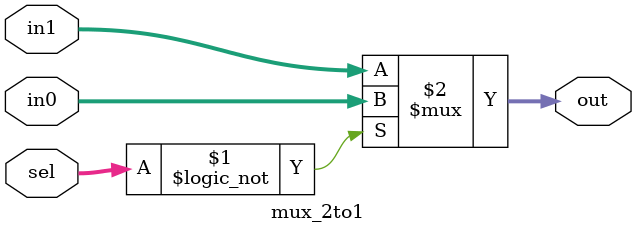
<source format=v>

module top_module( 
    input wire clk,
    input wire reset,
    input wire [15:0] in,
    input wire select,
    output wire [7:0] out_hi,
    output wire [7:0] out_lo,
    output wire [1023:0] out_demux );
    
    // Demultiplexer
    wire [255:0] demux_out;
    wire [3:0] demux_sel = in[3:0];
    demux_256to1 demux(
        .in(select ? 4'b0 : demux_sel),
        .out(demux_out)
    );
    
    // Multiplexer
    wire [7:0] mux_out;
    wire [1:0] mux_sel = in[11:10];
    mux_2to1 mux(
        .in0(in[7:0]),
        .in1(in[15:8]),
        .sel(select ? mux_sel : 2'b0),
        .out(mux_out)
    );
    
    // Control Logic
    wire demux_enable = select ? 0 : 1;
    wire mux_enable = select ? 1 : 0;
    
    // Output
    assign out_demux = {demux_enable ? demux_out : 256'b0};
    assign out_hi = {mux_enable ? mux_out : 8'b0};
    assign out_lo = {demux_enable ? 256'b0 : 8'b0};
    
endmodule
module demux_256to1(
    input wire [3:0] in,
    output wire [255:0] out
);
    genvar i;
    generate
        for (i = 0; i < 256; i = i + 1) begin : demux_gen
            assign out[i] = (in == i);
        end
    endgenerate
endmodule
module mux_2to1(
    input wire [7:0] in0,
    input wire [7:0] in1,
    input wire [1:0] sel,
    output wire [7:0] out
);
    assign out = (sel == 2'b0) ? in0 : in1;
endmodule
</source>
